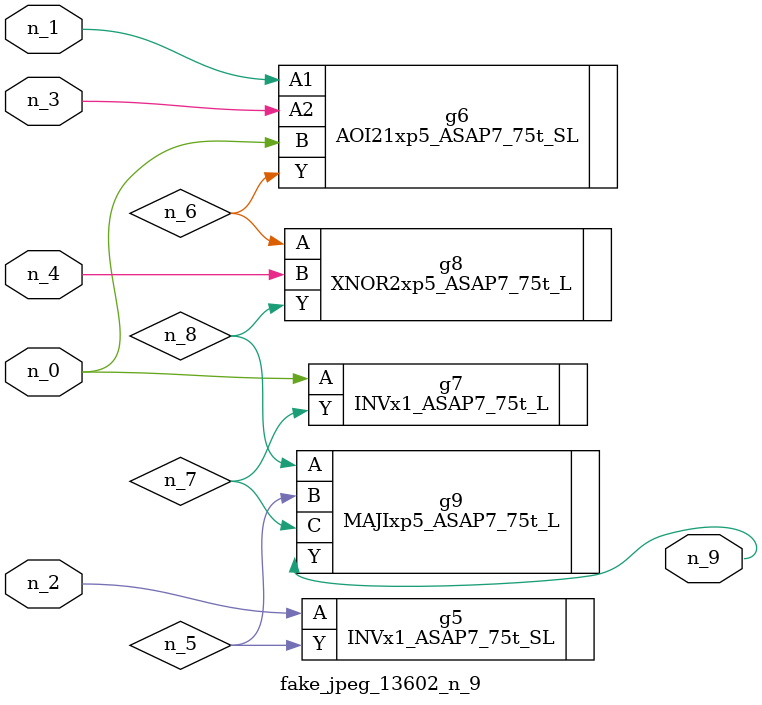
<source format=v>
module fake_jpeg_13602_n_9 (n_3, n_2, n_1, n_0, n_4, n_9);

input n_3;
input n_2;
input n_1;
input n_0;
input n_4;

output n_9;

wire n_8;
wire n_6;
wire n_5;
wire n_7;

INVx1_ASAP7_75t_SL g5 ( 
.A(n_2),
.Y(n_5)
);

AOI21xp5_ASAP7_75t_SL g6 ( 
.A1(n_1),
.A2(n_3),
.B(n_0),
.Y(n_6)
);

INVx1_ASAP7_75t_L g7 ( 
.A(n_0),
.Y(n_7)
);

XNOR2xp5_ASAP7_75t_L g8 ( 
.A(n_6),
.B(n_4),
.Y(n_8)
);

MAJIxp5_ASAP7_75t_L g9 ( 
.A(n_8),
.B(n_5),
.C(n_7),
.Y(n_9)
);


endmodule
</source>
